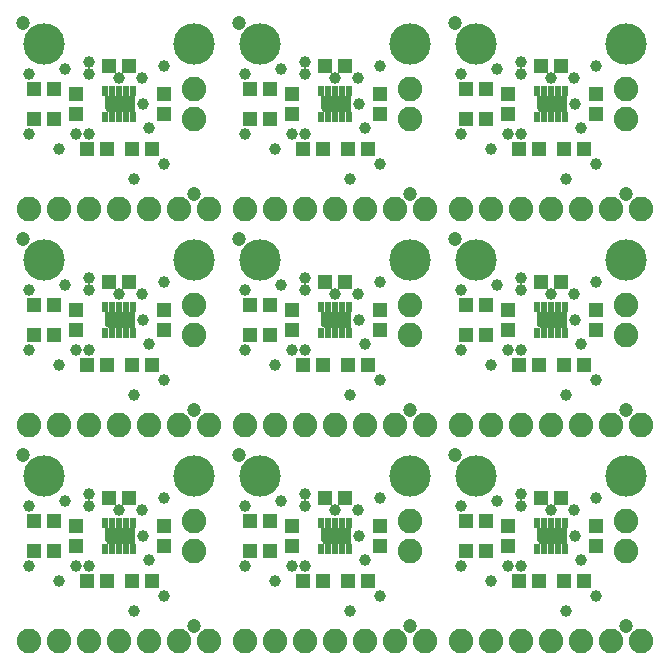
<source format=gts>
G75*
%MOIN*%
%OFA0B0*%
%FSLAX25Y25*%
%IPPOS*%
%LPD*%
%AMOC8*
5,1,8,0,0,1.08239X$1,22.5*
%
%ADD10C,0.08200*%
%ADD11R,0.05131X0.04737*%
%ADD12R,0.04737X0.05131*%
%ADD13C,0.13800*%
%ADD14C,0.04737*%
%ADD15R,0.02375X0.03556*%
%ADD16C,0.00197*%
%ADD17C,0.03900*%
D10*
X0007250Y0010060D03*
X0017250Y0010060D03*
X0027250Y0010060D03*
X0037250Y0010060D03*
X0047250Y0010060D03*
X0057250Y0010060D03*
X0067250Y0010060D03*
X0079250Y0010060D03*
X0089250Y0010060D03*
X0099250Y0010060D03*
X0109250Y0010060D03*
X0119250Y0010060D03*
X0129250Y0010060D03*
X0139250Y0010060D03*
X0151250Y0010060D03*
X0161250Y0010060D03*
X0171250Y0010060D03*
X0181250Y0010060D03*
X0191250Y0010060D03*
X0201250Y0010060D03*
X0211250Y0010060D03*
X0206250Y0040060D03*
X0206250Y0050060D03*
X0201250Y0082060D03*
X0191250Y0082060D03*
X0181250Y0082060D03*
X0171250Y0082060D03*
X0161250Y0082060D03*
X0151250Y0082060D03*
X0139250Y0082060D03*
X0129250Y0082060D03*
X0119250Y0082060D03*
X0109250Y0082060D03*
X0099250Y0082060D03*
X0089250Y0082060D03*
X0079250Y0082060D03*
X0067250Y0082060D03*
X0057250Y0082060D03*
X0047250Y0082060D03*
X0037250Y0082060D03*
X0027250Y0082060D03*
X0017250Y0082060D03*
X0007250Y0082060D03*
X0062250Y0112060D03*
X0062250Y0122060D03*
X0057250Y0154060D03*
X0067250Y0154060D03*
X0079250Y0154060D03*
X0089250Y0154060D03*
X0099250Y0154060D03*
X0109250Y0154060D03*
X0119250Y0154060D03*
X0129250Y0154060D03*
X0139250Y0154060D03*
X0151250Y0154060D03*
X0161250Y0154060D03*
X0171250Y0154060D03*
X0181250Y0154060D03*
X0191250Y0154060D03*
X0201250Y0154060D03*
X0211250Y0154060D03*
X0206250Y0184060D03*
X0206250Y0194060D03*
X0206250Y0122060D03*
X0206250Y0112060D03*
X0211250Y0082060D03*
X0134250Y0112060D03*
X0134250Y0122060D03*
X0134250Y0184060D03*
X0134250Y0194060D03*
X0062250Y0194060D03*
X0062250Y0184060D03*
X0047250Y0154060D03*
X0037250Y0154060D03*
X0027250Y0154060D03*
X0017250Y0154060D03*
X0007250Y0154060D03*
X0062250Y0050060D03*
X0062250Y0040060D03*
X0134250Y0040060D03*
X0134250Y0050060D03*
D11*
X0152904Y0050060D03*
X0159596Y0050060D03*
X0159596Y0040060D03*
X0152904Y0040060D03*
X0170404Y0030060D03*
X0177096Y0030060D03*
X0185404Y0030060D03*
X0192096Y0030060D03*
X0184596Y0057560D03*
X0177904Y0057560D03*
X0177096Y0102060D03*
X0170404Y0102060D03*
X0159596Y0112060D03*
X0152904Y0112060D03*
X0152904Y0122060D03*
X0159596Y0122060D03*
X0177904Y0129560D03*
X0184596Y0129560D03*
X0185404Y0102060D03*
X0192096Y0102060D03*
X0192096Y0174060D03*
X0185404Y0174060D03*
X0177096Y0174060D03*
X0170404Y0174060D03*
X0159596Y0184060D03*
X0152904Y0184060D03*
X0152904Y0194060D03*
X0159596Y0194060D03*
X0177904Y0201560D03*
X0184596Y0201560D03*
X0120096Y0174060D03*
X0113404Y0174060D03*
X0105096Y0174060D03*
X0098404Y0174060D03*
X0087596Y0184060D03*
X0080904Y0184060D03*
X0080904Y0194060D03*
X0087596Y0194060D03*
X0105904Y0201560D03*
X0112596Y0201560D03*
X0048096Y0174060D03*
X0041404Y0174060D03*
X0033096Y0174060D03*
X0026404Y0174060D03*
X0015596Y0184060D03*
X0008904Y0184060D03*
X0008904Y0194060D03*
X0015596Y0194060D03*
X0033904Y0201560D03*
X0040596Y0201560D03*
X0040596Y0129560D03*
X0033904Y0129560D03*
X0015596Y0122060D03*
X0008904Y0122060D03*
X0008904Y0112060D03*
X0015596Y0112060D03*
X0026404Y0102060D03*
X0033096Y0102060D03*
X0041404Y0102060D03*
X0048096Y0102060D03*
X0080904Y0112060D03*
X0087596Y0112060D03*
X0087596Y0122060D03*
X0080904Y0122060D03*
X0098404Y0102060D03*
X0105096Y0102060D03*
X0113404Y0102060D03*
X0120096Y0102060D03*
X0112596Y0129560D03*
X0105904Y0129560D03*
X0105904Y0057560D03*
X0112596Y0057560D03*
X0087596Y0050060D03*
X0080904Y0050060D03*
X0080904Y0040060D03*
X0087596Y0040060D03*
X0098404Y0030060D03*
X0105096Y0030060D03*
X0113404Y0030060D03*
X0120096Y0030060D03*
X0048096Y0030060D03*
X0041404Y0030060D03*
X0033096Y0030060D03*
X0026404Y0030060D03*
X0015596Y0040060D03*
X0008904Y0040060D03*
X0008904Y0050060D03*
X0015596Y0050060D03*
X0033904Y0057560D03*
X0040596Y0057560D03*
D12*
X0052250Y0048406D03*
X0052250Y0041714D03*
X0022750Y0041714D03*
X0022750Y0048406D03*
X0022750Y0113714D03*
X0022750Y0120406D03*
X0052250Y0120406D03*
X0052250Y0113714D03*
X0094750Y0113714D03*
X0094750Y0120406D03*
X0124250Y0120406D03*
X0124250Y0113714D03*
X0166750Y0113714D03*
X0166750Y0120406D03*
X0196250Y0120406D03*
X0196250Y0113714D03*
X0196250Y0048406D03*
X0196250Y0041714D03*
X0166750Y0041714D03*
X0166750Y0048406D03*
X0124250Y0048406D03*
X0124250Y0041714D03*
X0094750Y0041714D03*
X0094750Y0048406D03*
X0094750Y0185714D03*
X0094750Y0192406D03*
X0124250Y0192406D03*
X0124250Y0185714D03*
X0166750Y0185714D03*
X0166750Y0192406D03*
X0196250Y0192406D03*
X0196250Y0185714D03*
X0052250Y0185714D03*
X0052250Y0192406D03*
X0022750Y0192406D03*
X0022750Y0185714D03*
D13*
X0012250Y0209060D03*
X0062250Y0209060D03*
X0084250Y0209060D03*
X0134250Y0209060D03*
X0156250Y0209060D03*
X0206250Y0209060D03*
X0206250Y0137060D03*
X0156250Y0137060D03*
X0134250Y0137060D03*
X0084250Y0137060D03*
X0062250Y0137060D03*
X0012250Y0137060D03*
X0012250Y0065060D03*
X0062250Y0065060D03*
X0084250Y0065060D03*
X0134250Y0065060D03*
X0156250Y0065060D03*
X0206250Y0065060D03*
D14*
X0206250Y0087060D03*
X0149250Y0072060D03*
X0134250Y0087060D03*
X0149250Y0144060D03*
X0134250Y0159060D03*
X0149250Y0216060D03*
X0206250Y0159060D03*
X0077250Y0144060D03*
X0062250Y0159060D03*
X0077250Y0216060D03*
X0005250Y0216060D03*
X0005250Y0144060D03*
X0062250Y0087060D03*
X0077250Y0072060D03*
X0062250Y0015060D03*
X0005250Y0072060D03*
X0134250Y0015060D03*
X0206250Y0015060D03*
D15*
X0185974Y0040729D03*
X0183612Y0040729D03*
X0181250Y0040729D03*
X0178888Y0040729D03*
X0176526Y0040729D03*
X0176526Y0049391D03*
X0178888Y0049391D03*
X0181250Y0049391D03*
X0183612Y0049391D03*
X0185974Y0049391D03*
X0185974Y0112729D03*
X0183612Y0112729D03*
X0181250Y0112729D03*
X0178888Y0112729D03*
X0176526Y0112729D03*
X0176526Y0121391D03*
X0178888Y0121391D03*
X0181250Y0121391D03*
X0183612Y0121391D03*
X0185974Y0121391D03*
X0185974Y0184729D03*
X0183612Y0184729D03*
X0181250Y0184729D03*
X0178888Y0184729D03*
X0176526Y0184729D03*
X0176526Y0193391D03*
X0178888Y0193391D03*
X0181250Y0193391D03*
X0183612Y0193391D03*
X0185974Y0193391D03*
X0113974Y0193391D03*
X0111612Y0193391D03*
X0109250Y0193391D03*
X0106888Y0193391D03*
X0104526Y0193391D03*
X0104526Y0184729D03*
X0106888Y0184729D03*
X0109250Y0184729D03*
X0111612Y0184729D03*
X0113974Y0184729D03*
X0113974Y0121391D03*
X0111612Y0121391D03*
X0109250Y0121391D03*
X0106888Y0121391D03*
X0104526Y0121391D03*
X0104526Y0112729D03*
X0106888Y0112729D03*
X0109250Y0112729D03*
X0111612Y0112729D03*
X0113974Y0112729D03*
X0113974Y0049391D03*
X0111612Y0049391D03*
X0109250Y0049391D03*
X0106888Y0049391D03*
X0104526Y0049391D03*
X0104526Y0040729D03*
X0106888Y0040729D03*
X0109250Y0040729D03*
X0111612Y0040729D03*
X0113974Y0040729D03*
X0041974Y0040729D03*
X0039612Y0040729D03*
X0037250Y0040729D03*
X0034888Y0040729D03*
X0032526Y0040729D03*
X0032526Y0049391D03*
X0034888Y0049391D03*
X0037250Y0049391D03*
X0039612Y0049391D03*
X0041974Y0049391D03*
X0041974Y0112729D03*
X0039612Y0112729D03*
X0037250Y0112729D03*
X0034888Y0112729D03*
X0032526Y0112729D03*
X0032526Y0121391D03*
X0034888Y0121391D03*
X0037250Y0121391D03*
X0039612Y0121391D03*
X0041974Y0121391D03*
X0041974Y0184729D03*
X0039612Y0184729D03*
X0037250Y0184729D03*
X0034888Y0184729D03*
X0032526Y0184729D03*
X0032526Y0193391D03*
X0034888Y0193391D03*
X0037250Y0193391D03*
X0039612Y0193391D03*
X0041974Y0193391D03*
D16*
X0042073Y0191521D02*
X0042073Y0186599D01*
X0033510Y0186599D01*
X0032427Y0187682D01*
X0032427Y0191521D01*
X0042073Y0191521D01*
X0042073Y0191435D02*
X0032427Y0191435D01*
X0032427Y0191240D02*
X0042073Y0191240D01*
X0042073Y0191044D02*
X0032427Y0191044D01*
X0032427Y0190849D02*
X0042073Y0190849D01*
X0042073Y0190654D02*
X0032427Y0190654D01*
X0032427Y0190458D02*
X0042073Y0190458D01*
X0042073Y0190263D02*
X0032427Y0190263D01*
X0032427Y0190068D02*
X0042073Y0190068D01*
X0042073Y0189872D02*
X0032427Y0189872D01*
X0032427Y0189677D02*
X0042073Y0189677D01*
X0042073Y0189481D02*
X0032427Y0189481D01*
X0032427Y0189286D02*
X0042073Y0189286D01*
X0042073Y0189091D02*
X0032427Y0189091D01*
X0032427Y0188895D02*
X0042073Y0188895D01*
X0042073Y0188700D02*
X0032427Y0188700D01*
X0032427Y0188505D02*
X0042073Y0188505D01*
X0042073Y0188309D02*
X0032427Y0188309D01*
X0032427Y0188114D02*
X0042073Y0188114D01*
X0042073Y0187919D02*
X0032427Y0187919D01*
X0032427Y0187723D02*
X0042073Y0187723D01*
X0042073Y0187528D02*
X0032581Y0187528D01*
X0032777Y0187332D02*
X0042073Y0187332D01*
X0042073Y0187137D02*
X0032972Y0187137D01*
X0033167Y0186942D02*
X0042073Y0186942D01*
X0042073Y0186746D02*
X0033363Y0186746D01*
X0032427Y0119521D02*
X0042073Y0119521D01*
X0042073Y0114599D01*
X0033510Y0114599D01*
X0032427Y0115682D01*
X0032427Y0119521D01*
X0032427Y0119347D02*
X0042073Y0119347D01*
X0042073Y0119151D02*
X0032427Y0119151D01*
X0032427Y0118956D02*
X0042073Y0118956D01*
X0042073Y0118761D02*
X0032427Y0118761D01*
X0032427Y0118565D02*
X0042073Y0118565D01*
X0042073Y0118370D02*
X0032427Y0118370D01*
X0032427Y0118174D02*
X0042073Y0118174D01*
X0042073Y0117979D02*
X0032427Y0117979D01*
X0032427Y0117784D02*
X0042073Y0117784D01*
X0042073Y0117588D02*
X0032427Y0117588D01*
X0032427Y0117393D02*
X0042073Y0117393D01*
X0042073Y0117198D02*
X0032427Y0117198D01*
X0032427Y0117002D02*
X0042073Y0117002D01*
X0042073Y0116807D02*
X0032427Y0116807D01*
X0032427Y0116612D02*
X0042073Y0116612D01*
X0042073Y0116416D02*
X0032427Y0116416D01*
X0032427Y0116221D02*
X0042073Y0116221D01*
X0042073Y0116025D02*
X0032427Y0116025D01*
X0032427Y0115830D02*
X0042073Y0115830D01*
X0042073Y0115635D02*
X0032474Y0115635D01*
X0032670Y0115439D02*
X0042073Y0115439D01*
X0042073Y0115244D02*
X0032865Y0115244D01*
X0033061Y0115049D02*
X0042073Y0115049D01*
X0042073Y0114853D02*
X0033256Y0114853D01*
X0033451Y0114658D02*
X0042073Y0114658D01*
X0104427Y0115682D02*
X0104427Y0119521D01*
X0114073Y0119521D01*
X0114073Y0114599D01*
X0105510Y0114599D01*
X0104427Y0115682D01*
X0104474Y0115635D02*
X0114073Y0115635D01*
X0114073Y0115830D02*
X0104427Y0115830D01*
X0104427Y0116025D02*
X0114073Y0116025D01*
X0114073Y0116221D02*
X0104427Y0116221D01*
X0104427Y0116416D02*
X0114073Y0116416D01*
X0114073Y0116612D02*
X0104427Y0116612D01*
X0104427Y0116807D02*
X0114073Y0116807D01*
X0114073Y0117002D02*
X0104427Y0117002D01*
X0104427Y0117198D02*
X0114073Y0117198D01*
X0114073Y0117393D02*
X0104427Y0117393D01*
X0104427Y0117588D02*
X0114073Y0117588D01*
X0114073Y0117784D02*
X0104427Y0117784D01*
X0104427Y0117979D02*
X0114073Y0117979D01*
X0114073Y0118174D02*
X0104427Y0118174D01*
X0104427Y0118370D02*
X0114073Y0118370D01*
X0114073Y0118565D02*
X0104427Y0118565D01*
X0104427Y0118761D02*
X0114073Y0118761D01*
X0114073Y0118956D02*
X0104427Y0118956D01*
X0104427Y0119151D02*
X0114073Y0119151D01*
X0114073Y0119347D02*
X0104427Y0119347D01*
X0104670Y0115439D02*
X0114073Y0115439D01*
X0114073Y0115244D02*
X0104865Y0115244D01*
X0105061Y0115049D02*
X0114073Y0115049D01*
X0114073Y0114853D02*
X0105256Y0114853D01*
X0105451Y0114658D02*
X0114073Y0114658D01*
X0176427Y0115682D02*
X0177510Y0114599D01*
X0186073Y0114599D01*
X0186073Y0119521D01*
X0176427Y0119521D01*
X0176427Y0115682D01*
X0176474Y0115635D02*
X0186073Y0115635D01*
X0186073Y0115830D02*
X0176427Y0115830D01*
X0176427Y0116025D02*
X0186073Y0116025D01*
X0186073Y0116221D02*
X0176427Y0116221D01*
X0176427Y0116416D02*
X0186073Y0116416D01*
X0186073Y0116612D02*
X0176427Y0116612D01*
X0176427Y0116807D02*
X0186073Y0116807D01*
X0186073Y0117002D02*
X0176427Y0117002D01*
X0176427Y0117198D02*
X0186073Y0117198D01*
X0186073Y0117393D02*
X0176427Y0117393D01*
X0176427Y0117588D02*
X0186073Y0117588D01*
X0186073Y0117784D02*
X0176427Y0117784D01*
X0176427Y0117979D02*
X0186073Y0117979D01*
X0186073Y0118174D02*
X0176427Y0118174D01*
X0176427Y0118370D02*
X0186073Y0118370D01*
X0186073Y0118565D02*
X0176427Y0118565D01*
X0176427Y0118761D02*
X0186073Y0118761D01*
X0186073Y0118956D02*
X0176427Y0118956D01*
X0176427Y0119151D02*
X0186073Y0119151D01*
X0186073Y0119347D02*
X0176427Y0119347D01*
X0176670Y0115439D02*
X0186073Y0115439D01*
X0186073Y0115244D02*
X0176865Y0115244D01*
X0177061Y0115049D02*
X0186073Y0115049D01*
X0186073Y0114853D02*
X0177256Y0114853D01*
X0177451Y0114658D02*
X0186073Y0114658D01*
X0186073Y0047521D02*
X0176427Y0047521D01*
X0176427Y0043682D01*
X0177510Y0042599D01*
X0186073Y0042599D01*
X0186073Y0047521D01*
X0186073Y0047453D02*
X0176427Y0047453D01*
X0176427Y0047258D02*
X0186073Y0047258D01*
X0186073Y0047063D02*
X0176427Y0047063D01*
X0176427Y0046867D02*
X0186073Y0046867D01*
X0186073Y0046672D02*
X0176427Y0046672D01*
X0176427Y0046477D02*
X0186073Y0046477D01*
X0186073Y0046281D02*
X0176427Y0046281D01*
X0176427Y0046086D02*
X0186073Y0046086D01*
X0186073Y0045891D02*
X0176427Y0045891D01*
X0176427Y0045695D02*
X0186073Y0045695D01*
X0186073Y0045500D02*
X0176427Y0045500D01*
X0176427Y0045305D02*
X0186073Y0045305D01*
X0186073Y0045109D02*
X0176427Y0045109D01*
X0176427Y0044914D02*
X0186073Y0044914D01*
X0186073Y0044718D02*
X0176427Y0044718D01*
X0176427Y0044523D02*
X0186073Y0044523D01*
X0186073Y0044328D02*
X0176427Y0044328D01*
X0176427Y0044132D02*
X0186073Y0044132D01*
X0186073Y0043937D02*
X0176427Y0043937D01*
X0176427Y0043742D02*
X0186073Y0043742D01*
X0186073Y0043546D02*
X0176563Y0043546D01*
X0176758Y0043351D02*
X0186073Y0043351D01*
X0186073Y0043156D02*
X0176954Y0043156D01*
X0177149Y0042960D02*
X0186073Y0042960D01*
X0186073Y0042765D02*
X0177344Y0042765D01*
X0114073Y0042765D02*
X0105344Y0042765D01*
X0105510Y0042599D02*
X0104427Y0043682D01*
X0104427Y0047521D01*
X0114073Y0047521D01*
X0114073Y0042599D01*
X0105510Y0042599D01*
X0105149Y0042960D02*
X0114073Y0042960D01*
X0114073Y0043156D02*
X0104954Y0043156D01*
X0104758Y0043351D02*
X0114073Y0043351D01*
X0114073Y0043546D02*
X0104563Y0043546D01*
X0104427Y0043742D02*
X0114073Y0043742D01*
X0114073Y0043937D02*
X0104427Y0043937D01*
X0104427Y0044132D02*
X0114073Y0044132D01*
X0114073Y0044328D02*
X0104427Y0044328D01*
X0104427Y0044523D02*
X0114073Y0044523D01*
X0114073Y0044718D02*
X0104427Y0044718D01*
X0104427Y0044914D02*
X0114073Y0044914D01*
X0114073Y0045109D02*
X0104427Y0045109D01*
X0104427Y0045305D02*
X0114073Y0045305D01*
X0114073Y0045500D02*
X0104427Y0045500D01*
X0104427Y0045695D02*
X0114073Y0045695D01*
X0114073Y0045891D02*
X0104427Y0045891D01*
X0104427Y0046086D02*
X0114073Y0046086D01*
X0114073Y0046281D02*
X0104427Y0046281D01*
X0104427Y0046477D02*
X0114073Y0046477D01*
X0114073Y0046672D02*
X0104427Y0046672D01*
X0104427Y0046867D02*
X0114073Y0046867D01*
X0114073Y0047063D02*
X0104427Y0047063D01*
X0104427Y0047258D02*
X0114073Y0047258D01*
X0114073Y0047453D02*
X0104427Y0047453D01*
X0042073Y0047453D02*
X0032427Y0047453D01*
X0032427Y0047521D02*
X0042073Y0047521D01*
X0042073Y0042599D01*
X0033510Y0042599D01*
X0032427Y0043682D01*
X0032427Y0047521D01*
X0032427Y0047258D02*
X0042073Y0047258D01*
X0042073Y0047063D02*
X0032427Y0047063D01*
X0032427Y0046867D02*
X0042073Y0046867D01*
X0042073Y0046672D02*
X0032427Y0046672D01*
X0032427Y0046477D02*
X0042073Y0046477D01*
X0042073Y0046281D02*
X0032427Y0046281D01*
X0032427Y0046086D02*
X0042073Y0046086D01*
X0042073Y0045891D02*
X0032427Y0045891D01*
X0032427Y0045695D02*
X0042073Y0045695D01*
X0042073Y0045500D02*
X0032427Y0045500D01*
X0032427Y0045305D02*
X0042073Y0045305D01*
X0042073Y0045109D02*
X0032427Y0045109D01*
X0032427Y0044914D02*
X0042073Y0044914D01*
X0042073Y0044718D02*
X0032427Y0044718D01*
X0032427Y0044523D02*
X0042073Y0044523D01*
X0042073Y0044328D02*
X0032427Y0044328D01*
X0032427Y0044132D02*
X0042073Y0044132D01*
X0042073Y0043937D02*
X0032427Y0043937D01*
X0032427Y0043742D02*
X0042073Y0043742D01*
X0042073Y0043546D02*
X0032563Y0043546D01*
X0032758Y0043351D02*
X0042073Y0043351D01*
X0042073Y0043156D02*
X0032954Y0043156D01*
X0033149Y0042960D02*
X0042073Y0042960D01*
X0042073Y0042765D02*
X0033344Y0042765D01*
X0105510Y0186599D02*
X0104427Y0187682D01*
X0104427Y0191521D01*
X0114073Y0191521D01*
X0114073Y0186599D01*
X0105510Y0186599D01*
X0105363Y0186746D02*
X0114073Y0186746D01*
X0114073Y0186942D02*
X0105167Y0186942D01*
X0104972Y0187137D02*
X0114073Y0187137D01*
X0114073Y0187332D02*
X0104777Y0187332D01*
X0104581Y0187528D02*
X0114073Y0187528D01*
X0114073Y0187723D02*
X0104427Y0187723D01*
X0104427Y0187919D02*
X0114073Y0187919D01*
X0114073Y0188114D02*
X0104427Y0188114D01*
X0104427Y0188309D02*
X0114073Y0188309D01*
X0114073Y0188505D02*
X0104427Y0188505D01*
X0104427Y0188700D02*
X0114073Y0188700D01*
X0114073Y0188895D02*
X0104427Y0188895D01*
X0104427Y0189091D02*
X0114073Y0189091D01*
X0114073Y0189286D02*
X0104427Y0189286D01*
X0104427Y0189481D02*
X0114073Y0189481D01*
X0114073Y0189677D02*
X0104427Y0189677D01*
X0104427Y0189872D02*
X0114073Y0189872D01*
X0114073Y0190068D02*
X0104427Y0190068D01*
X0104427Y0190263D02*
X0114073Y0190263D01*
X0114073Y0190458D02*
X0104427Y0190458D01*
X0104427Y0190654D02*
X0114073Y0190654D01*
X0114073Y0190849D02*
X0104427Y0190849D01*
X0104427Y0191044D02*
X0114073Y0191044D01*
X0114073Y0191240D02*
X0104427Y0191240D01*
X0104427Y0191435D02*
X0114073Y0191435D01*
X0176427Y0191435D02*
X0186073Y0191435D01*
X0186073Y0191521D02*
X0186073Y0186599D01*
X0177510Y0186599D01*
X0176427Y0187682D01*
X0176427Y0191521D01*
X0186073Y0191521D01*
X0186073Y0191240D02*
X0176427Y0191240D01*
X0176427Y0191044D02*
X0186073Y0191044D01*
X0186073Y0190849D02*
X0176427Y0190849D01*
X0176427Y0190654D02*
X0186073Y0190654D01*
X0186073Y0190458D02*
X0176427Y0190458D01*
X0176427Y0190263D02*
X0186073Y0190263D01*
X0186073Y0190068D02*
X0176427Y0190068D01*
X0176427Y0189872D02*
X0186073Y0189872D01*
X0186073Y0189677D02*
X0176427Y0189677D01*
X0176427Y0189481D02*
X0186073Y0189481D01*
X0186073Y0189286D02*
X0176427Y0189286D01*
X0176427Y0189091D02*
X0186073Y0189091D01*
X0186073Y0188895D02*
X0176427Y0188895D01*
X0176427Y0188700D02*
X0186073Y0188700D01*
X0186073Y0188505D02*
X0176427Y0188505D01*
X0176427Y0188309D02*
X0186073Y0188309D01*
X0186073Y0188114D02*
X0176427Y0188114D01*
X0176427Y0187919D02*
X0186073Y0187919D01*
X0186073Y0187723D02*
X0176427Y0187723D01*
X0176581Y0187528D02*
X0186073Y0187528D01*
X0186073Y0187332D02*
X0176777Y0187332D01*
X0176972Y0187137D02*
X0186073Y0187137D01*
X0186073Y0186942D02*
X0177167Y0186942D01*
X0177363Y0186746D02*
X0186073Y0186746D01*
D17*
X0189250Y0189060D03*
X0191250Y0181060D03*
X0196250Y0169060D03*
X0186250Y0164060D03*
X0171250Y0179060D03*
X0166750Y0179060D03*
X0161250Y0174060D03*
X0151250Y0179060D03*
X0151250Y0199060D03*
X0163250Y0200560D03*
X0171250Y0199060D03*
X0171250Y0203060D03*
X0181250Y0197560D03*
X0188750Y0197560D03*
X0196250Y0201560D03*
X0171250Y0131060D03*
X0171250Y0127060D03*
X0163250Y0128560D03*
X0151250Y0127060D03*
X0151250Y0107060D03*
X0161250Y0102060D03*
X0166750Y0107060D03*
X0171250Y0107060D03*
X0186250Y0092060D03*
X0196250Y0097060D03*
X0191250Y0109060D03*
X0189250Y0117060D03*
X0188750Y0125560D03*
X0196250Y0129560D03*
X0181250Y0125560D03*
X0124250Y0129560D03*
X0116750Y0125560D03*
X0109250Y0125560D03*
X0099250Y0127060D03*
X0099250Y0131060D03*
X0091250Y0128560D03*
X0079250Y0127060D03*
X0079250Y0107060D03*
X0089250Y0102060D03*
X0094750Y0107060D03*
X0099250Y0107060D03*
X0114250Y0092060D03*
X0124250Y0097060D03*
X0119250Y0109060D03*
X0117250Y0117060D03*
X0114250Y0164060D03*
X0124250Y0169060D03*
X0119250Y0181060D03*
X0117250Y0189060D03*
X0116750Y0197560D03*
X0124250Y0201560D03*
X0109250Y0197560D03*
X0099250Y0199060D03*
X0099250Y0203060D03*
X0091250Y0200560D03*
X0079250Y0199060D03*
X0079250Y0179060D03*
X0089250Y0174060D03*
X0094750Y0179060D03*
X0099250Y0179060D03*
X0052250Y0169060D03*
X0042250Y0164060D03*
X0047250Y0181060D03*
X0045250Y0189060D03*
X0044750Y0197560D03*
X0052250Y0201560D03*
X0037250Y0197560D03*
X0027250Y0199060D03*
X0027250Y0203060D03*
X0019250Y0200560D03*
X0007250Y0199060D03*
X0007250Y0179060D03*
X0017250Y0174060D03*
X0022750Y0179060D03*
X0027250Y0179060D03*
X0027250Y0131060D03*
X0027250Y0127060D03*
X0019250Y0128560D03*
X0007250Y0127060D03*
X0007250Y0107060D03*
X0017250Y0102060D03*
X0022750Y0107060D03*
X0027250Y0107060D03*
X0042250Y0092060D03*
X0052250Y0097060D03*
X0047250Y0109060D03*
X0045250Y0117060D03*
X0044750Y0125560D03*
X0052250Y0129560D03*
X0037250Y0125560D03*
X0027250Y0059060D03*
X0027250Y0055060D03*
X0019250Y0056560D03*
X0007250Y0055060D03*
X0007250Y0035060D03*
X0017250Y0030060D03*
X0022750Y0035060D03*
X0027250Y0035060D03*
X0042250Y0020060D03*
X0052250Y0025060D03*
X0047250Y0037060D03*
X0045250Y0045060D03*
X0044750Y0053560D03*
X0052250Y0057560D03*
X0037250Y0053560D03*
X0079250Y0055060D03*
X0091250Y0056560D03*
X0099250Y0055060D03*
X0099250Y0059060D03*
X0109250Y0053560D03*
X0116750Y0053560D03*
X0124250Y0057560D03*
X0117250Y0045060D03*
X0119250Y0037060D03*
X0124250Y0025060D03*
X0114250Y0020060D03*
X0099250Y0035060D03*
X0094750Y0035060D03*
X0089250Y0030060D03*
X0079250Y0035060D03*
X0151250Y0035060D03*
X0161250Y0030060D03*
X0166750Y0035060D03*
X0171250Y0035060D03*
X0186250Y0020060D03*
X0196250Y0025060D03*
X0191250Y0037060D03*
X0189250Y0045060D03*
X0188750Y0053560D03*
X0196250Y0057560D03*
X0181250Y0053560D03*
X0171250Y0055060D03*
X0171250Y0059060D03*
X0163250Y0056560D03*
X0151250Y0055060D03*
M02*

</source>
